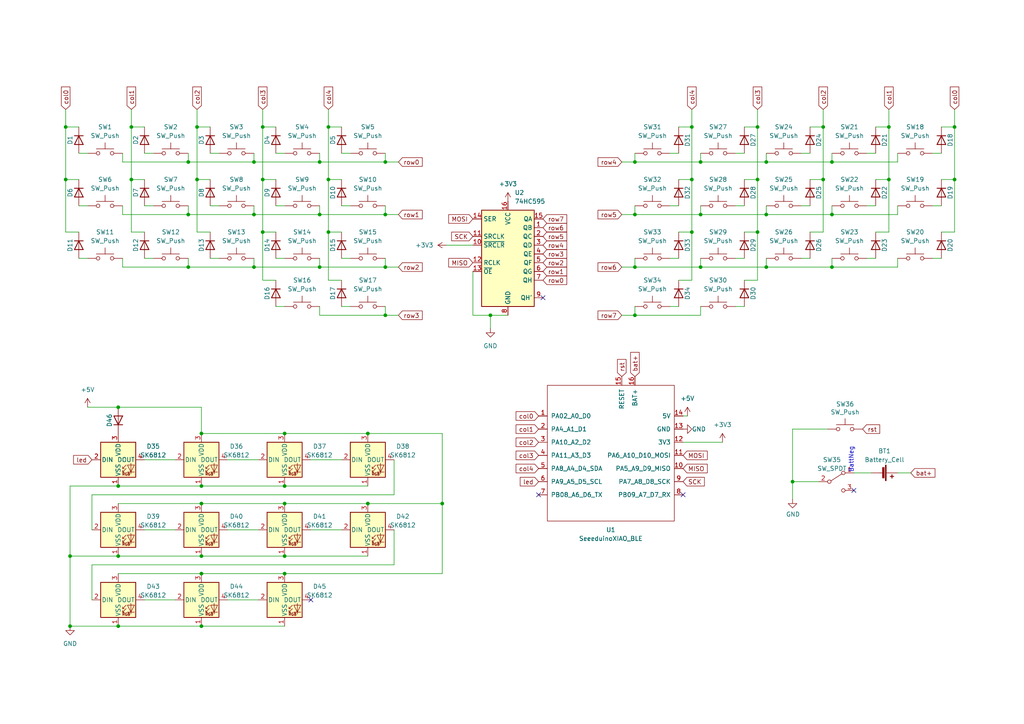
<source format=kicad_sch>
(kicad_sch (version 20230121) (generator eeschema)
  (paper "A4")
  (lib_symbols
    (symbol "74xx:74HC595"
      (property "Reference" "U" (at -7.62 13.97 0))
      (property "Value" "74HC595" (at -7.62 -16.51 0))
      (symbol "74HC595_1_0"
        (pin tri_state line (at 10.16 7.62 180) (length 2.54) (name "QB") (number "1"))
        (pin input line (at -10.16 2.54 0) (length 2.54) (name "~{SRCLR}") (number "10"))
        (pin input line (at -10.16 5.08 0) (length 2.54) (name "SRCLK") (number "11"))
        (pin input line (at -10.16 -2.54 0) (length 2.54) (name "RCLK") (number "12"))
        (pin input line (at -10.16 -5.08 0) (length 2.54) (name "~{OE}") (number "13"))
        (pin input line (at -10.16 10.16 0) (length 2.54) (name "SER") (number "14"))
        (pin tri_state line (at 10.16 10.16 180) (length 2.54) (name "QA") (number "15"))
        (pin power_in line (at 0 15.24 270) (length 2.54) (name "VCC") (number "16"))
        (pin tri_state line (at 10.16 5.08 180) (length 2.54) (name "QC") (number "2"))
        (pin tri_state line (at 10.16 2.54 180) (length 2.54) (name "QD") (number "3"))
        (pin tri_state line (at 10.16 0 180) (length 2.54) (name "QE") (number "4"))
        (pin tri_state line (at 10.16 -2.54 180) (length 2.54) (name "QF") (number "5"))
        (pin tri_state line (at 10.16 -5.08 180) (length 2.54) (name "QG") (number "6"))
        (pin tri_state line (at 10.16 -7.62 180) (length 2.54) (name "QH") (number "7"))
        (pin power_in line (at 0 -17.78 90) (length 2.54) (name "GND") (number "8"))
        (pin output line (at 10.16 -12.7 180) (length 2.54) (name "QH'") (number "9"))
      )
      (symbol "74HC595_1_1"
        (rectangle (start -7.62 12.7) (end 7.62 -15.24) (stroke (width 0.254)) (fill (type background)))
      )
    )
    (symbol "Device:Battery_Cell" (pin_numbers hide) (pin_names (offset 0) hide)
      (property "Reference" "BT" (at 2.54 2.54 0))
      (property "Value" "Battery_Cell" (at 2.54 0 0))
      (symbol "Battery_Cell_0_1"
        (rectangle (start -2.286 1.778) (end 2.286 1.524) (fill (type outline)))
        (rectangle (start -1.5748 1.1938) (end 1.4732 0.6858) (fill (type outline)))
        (polyline (pts (xy 0 0.762) (xy 0 0)))
        (polyline (pts (xy 0 1.778) (xy 0 2.54)))
        (polyline (pts (xy 0.508 3.429) (xy 1.524 3.429)) (stroke (width 0.254)))
        (polyline (pts (xy 1.016 3.937) (xy 1.016 2.921)) (stroke (width 0.254)))
      )
      (symbol "Battery_Cell_1_1"
        (pin passive line (at 0 5.08 270) (length 2.54) (name "+") (number "1"))
        (pin passive line (at 0 -2.54 90) (length 2.54) (name "-") (number "2"))
      )
    )
    (symbol "Diode:1N4148W" (pin_numbers hide) (pin_names hide)
      (property "Reference" "D" (at 0 2.54 0))
      (property "Value" "1N4148W" (at 0 -2.54 0))
      (symbol "1N4148W_0_1"
        (polyline (pts (xy -1.27 1.27) (xy -1.27 -1.27)) (stroke (width 0.254)))
        (polyline (pts (xy 1.27 0) (xy -1.27 0)))
        (polyline (pts (xy 1.27 1.27) (xy 1.27 -1.27) (xy -1.27 0) (xy 1.27 1.27)) (stroke (width 0.254)))
      )
      (symbol "1N4148W_1_1"
        (pin passive line (at -3.81 0 0) (length 2.54) (name "K") (number "1"))
        (pin passive line (at 3.81 0 180) (length 2.54) (name "A") (number "2"))
      )
    )
    (symbol "LED:SK6812" (pin_names (offset 0.254))
      (property "Reference" "D" (at 5.08 5.715 0))
      (property "Value" "SK6812" (at 1.27 -5.715 0))
      (symbol "SK6812_0_0"
        (text "RGB" (at 2.286 -4.191 0) (effects (font (size 0.762 0.762))))
      )
      (symbol "SK6812_0_1"
        (polyline (pts (xy 1.27 -3.556) (xy 1.778 -3.556)))
        (polyline (pts (xy 1.27 -2.54) (xy 1.778 -2.54)))
        (polyline (pts (xy 4.699 -3.556) (xy 2.667 -3.556)))
        (polyline (pts (xy 2.286 -2.54) (xy 1.27 -3.556) (xy 1.27 -3.048)))
        (polyline (pts (xy 2.286 -1.524) (xy 1.27 -2.54) (xy 1.27 -2.032)))
        (polyline (pts (xy 3.683 -1.016) (xy 3.683 -3.556) (xy 3.683 -4.064)))
        (polyline (pts (xy 4.699 -1.524) (xy 2.667 -1.524) (xy 3.683 -3.556) (xy 4.699 -1.524)))
        (rectangle (start 5.08 5.08) (end -5.08 -5.08) (stroke (width 0.254)) (fill (type background)))
      )
      (symbol "SK6812_1_1"
        (pin power_in line (at 0 -7.62 90) (length 2.54) (name "VSS") (number "1"))
        (pin input line (at -7.62 0 0) (length 2.54) (name "DIN") (number "2"))
        (pin power_in line (at 0 7.62 270) (length 2.54) (name "VDD") (number "3"))
        (pin output line (at 7.62 0 180) (length 2.54) (name "DOUT") (number "4"))
      )
    )
    (symbol "Seeeduino XIAO:SeeeduinoXIAO_BLE" (pin_names (offset 1.016))
      (property "Reference" "U1" (at -0.635 -21.59 0))
      (property "Value" "SeeeduinoXIAO_BLE" (at -0.635 -24.13 0))
      (symbol "SeeeduinoXIAO_BLE_0_1"
        (rectangle (start -19.05 20.32) (end 17.78 -19.05))
      )
      (symbol "SeeeduinoXIAO_BLE_1_1"
        (pin bidirectional line (at -21.59 11.43 0) (length 2.54) (name "PA02_A0_D0") (number "1"))
        (pin bidirectional line (at 20.32 -3.81 180) (length 2.54) (name "PA5_A9_D9_MISO") (number "10"))
        (pin bidirectional line (at 20.32 0 180) (length 2.54) (name "PA6_A10_D10_MOSI") (number "11"))
        (pin power_out line (at 20.32 3.81 180) (length 2.54) (name "3V3") (number "12"))
        (pin power_out line (at 20.32 7.62 180) (length 2.54) (name "GND") (number "13"))
        (pin power_out line (at 20.32 11.43 180) (length 2.54) (name "5V") (number "14"))
        (pin input line (at 2.54 22.86 270) (length 2.54) (name "RESET") (number "15"))
        (pin power_in line (at 6.35 22.86 270) (length 2.54) (name "BAT+") (number "16"))
        (pin bidirectional line (at -21.59 7.62 0) (length 2.54) (name "PA4_A1_D1") (number "2"))
        (pin bidirectional line (at -21.59 3.81 0) (length 2.54) (name "PA10_A2_D2") (number "3"))
        (pin bidirectional line (at -21.59 0 0) (length 2.54) (name "PA11_A3_D3") (number "4"))
        (pin bidirectional line (at -21.59 -3.81 0) (length 2.54) (name "PA8_A4_D4_SDA") (number "5"))
        (pin bidirectional line (at -21.59 -7.62 0) (length 2.54) (name "PA9_A5_D5_SCL") (number "6"))
        (pin bidirectional line (at -21.59 -11.43 0) (length 2.54) (name "PB08_A6_D6_TX") (number "7"))
        (pin bidirectional line (at 20.32 -11.43 180) (length 2.54) (name "PB09_A7_D7_RX") (number "8"))
        (pin bidirectional line (at 20.32 -7.62 180) (length 2.54) (name "PA7_A8_D8_SCK") (number "9"))
      )
    )
    (symbol "Switch:SW_Push" (pin_numbers hide) (pin_names (offset 1.016) hide)
      (property "Reference" "SW" (at 1.27 2.54 0))
      (property "Value" "SW_Push" (at 0 -1.524 0))
      (symbol "SW_Push_0_1"
        (circle (center -2.032 0) (radius 0.508))
        (polyline (pts (xy 0 1.27) (xy 0 3.048)))
        (polyline (pts (xy 2.54 1.27) (xy -2.54 1.27)))
        (circle (center 2.032 0) (radius 0.508))
        (pin passive line (at -5.08 0 0) (length 2.54) (name "1") (number "1"))
        (pin passive line (at 5.08 0 180) (length 2.54) (name "2") (number "2"))
      )
    )
    (symbol "Switch:SW_SPDT" (pin_names (offset 0) hide)
      (property "Reference" "SW" (at 0 4.318 0))
      (property "Value" "SW_SPDT" (at 0 -5.08 0))
      (symbol "SW_SPDT_0_0"
        (circle (center -2.032 0) (radius 0.508))
        (circle (center 2.032 -2.54) (radius 0.508))
      )
      (symbol "SW_SPDT_0_1"
        (polyline (pts (xy -1.524 0.254) (xy 1.651 2.286)))
        (circle (center 2.032 2.54) (radius 0.508))
      )
      (symbol "SW_SPDT_1_1"
        (pin passive line (at 5.08 2.54 180) (length 2.54) (name "A") (number "1"))
        (pin passive line (at -5.08 0 0) (length 2.54) (name "B") (number "2"))
        (pin passive line (at 5.08 -2.54 180) (length 2.54) (name "C") (number "3"))
      )
    )
    (symbol "power:+3V3" (power) (pin_names (offset 0))
      (property "Value" "+3V3" (at 0 3.556 0))
      (symbol "+3V3_0_1"
        (polyline (pts (xy -0.762 1.27) (xy 0 2.54)))
        (polyline (pts (xy 0 0) (xy 0 2.54)))
        (polyline (pts (xy 0 2.54) (xy 0.762 1.27)))
      )
      (symbol "+3V3_1_1"
        (pin power_in line (at 0 0 90) (length 0) hide (name "+3V3") (number "1"))
      )
    )
    (symbol "power:+5V" (power) (pin_names (offset 0))
      (property "Value" "+5V" (at 0 3.556 0))
      (symbol "+5V_0_1"
        (polyline (pts (xy -0.762 1.27) (xy 0 2.54)))
        (polyline (pts (xy 0 0) (xy 0 2.54)))
        (polyline (pts (xy 0 2.54) (xy 0.762 1.27)))
      )
      (symbol "+5V_1_1"
        (pin power_in line (at 0 0 90) (length 0) hide (name "+5V") (number "1"))
      )
    )
    (symbol "power:GND" (power) (pin_names (offset 0))
      (property "Value" "GND" (at 0 -3.81 0))
      (symbol "GND_0_1"
        (polyline (pts (xy 0 0) (xy 0 -1.27) (xy 1.27 -1.27) (xy 0 -2.54) (xy -1.27 -1.27) (xy 0 -1.27)))
      )
      (symbol "GND_1_1"
        (pin power_in line (at 0 0 270) (length 0) hide (name "GND") (number "1"))
      )
    )
  )
  (junction (at 82.55 146.05))
  (junction (at 95.25 52.07))
  (junction (at 222.25 77.47))
  (junction (at 92.71 46.99))
  (junction (at 38.1 52.07))
  (junction (at 241.3 46.99))
  (junction (at 222.25 46.99))
  (junction (at 58.42 161.29))
  (junction (at 276.86 52.07))
  (junction (at 203.2 46.99))
  (junction (at 184.15 46.99))
  (junction (at 106.68 125.73))
  (junction (at 184.15 91.44))
  (junction (at 19.05 36.83))
  (junction (at 57.15 52.07))
  (junction (at 38.1 36.83))
  (junction (at 111.76 62.23))
  (junction (at 34.29 118.11))
  (junction (at 184.15 77.47))
  (junction (at 238.76 52.07))
  (junction (at 203.2 77.47))
  (junction (at 257.81 36.83))
  (junction (at 95.25 36.83))
  (junction (at 241.3 77.47))
  (junction (at 276.86 36.83))
  (junction (at 219.71 67.31))
  (junction (at 82.55 125.73))
  (junction (at 76.2 52.07))
  (junction (at 73.66 62.23))
  (junction (at 82.55 140.97))
  (junction (at 111.76 77.47))
  (junction (at 58.42 181.61))
  (junction (at 219.71 36.83))
  (junction (at 257.81 52.07))
  (junction (at 76.2 67.31))
  (junction (at 200.66 67.31))
  (junction (at 241.3 62.23))
  (junction (at 20.32 181.61))
  (junction (at 82.55 161.29))
  (junction (at 184.15 62.23))
  (junction (at 219.71 52.07))
  (junction (at 73.66 46.99))
  (junction (at 34.29 181.61))
  (junction (at 58.42 146.05))
  (junction (at 92.71 62.23))
  (junction (at 142.24 91.44))
  (junction (at 238.76 36.83))
  (junction (at 222.25 62.23))
  (junction (at 92.71 77.47))
  (junction (at 229.87 139.7))
  (junction (at 200.66 36.83))
  (junction (at 19.05 52.07))
  (junction (at 73.66 77.47))
  (junction (at 111.76 46.99))
  (junction (at 54.61 46.99))
  (junction (at 34.29 140.97))
  (junction (at 128.27 146.05))
  (junction (at 76.2 36.83))
  (junction (at 82.55 166.37))
  (junction (at 58.42 140.97))
  (junction (at 58.42 125.73))
  (junction (at 54.61 62.23))
  (junction (at 111.76 91.44))
  (junction (at 106.68 146.05))
  (junction (at 34.29 161.29))
  (junction (at 54.61 77.47))
  (junction (at 200.66 52.07))
  (junction (at 203.2 62.23))
  (junction (at 20.32 161.29))
  (junction (at 95.25 67.31))
  (junction (at 58.42 166.37))
  (junction (at 57.15 36.83))
  (no_connect (at 90.17 173.99))
  (no_connect (at 198.12 143.51))
  (no_connect (at 156.21 143.51))
  (no_connect (at 247.65 142.24))
  (no_connect (at 157.48 86.36))
  (wire (pts (xy 54.61 62.23) (xy 73.66 62.23)))
  (wire (pts (xy 254 67.31) (xy 257.81 67.31)))
  (wire (pts (xy 215.9 44.45) (xy 213.36 44.45)))
  (wire (pts (xy 54.61 46.99) (xy 73.66 46.99)))
  (wire (pts (xy 92.71 59.69) (xy 92.71 62.23)))
  (wire (pts (xy 196.85 74.93) (xy 194.31 74.93)))
  (wire (pts (xy 35.56 77.47) (xy 54.61 77.47)))
  (wire (pts (xy 66.04 173.99) (xy 74.93 173.99)))
  (wire (pts (xy 234.95 36.83) (xy 238.76 36.83)))
  (wire (pts (xy 99.06 88.9) (xy 101.6 88.9)))
  (wire (pts (xy 234.95 59.69) (xy 232.41 59.69)))
  (wire (pts (xy 20.32 161.29) (xy 34.29 161.29)))
  (wire (pts (xy 95.25 81.28) (xy 95.25 67.31)))
  (wire (pts (xy 114.3 133.35) (xy 114.3 143.51)))
  (wire (pts (xy 92.71 91.44) (xy 111.76 91.44)))
  (wire (pts (xy 273.05 59.69) (xy 270.51 59.69)))
  (wire (pts (xy 273.05 52.07) (xy 276.86 52.07)))
  (wire (pts (xy 20.32 161.29) (xy 20.32 181.61)))
  (wire (pts (xy 82.55 161.29) (xy 106.68 161.29)))
  (wire (pts (xy 80.01 81.28) (xy 76.2 81.28)))
  (wire (pts (xy 215.9 36.83) (xy 219.71 36.83)))
  (wire (pts (xy 273.05 67.31) (xy 276.86 67.31)))
  (wire (pts (xy 92.71 74.93) (xy 92.71 77.47)))
  (wire (pts (xy 34.29 166.37) (xy 58.42 166.37)))
  (wire (pts (xy 80.01 74.93) (xy 82.55 74.93)))
  (wire (pts (xy 22.86 74.93) (xy 25.4 74.93)))
  (wire (pts (xy 19.05 52.07) (xy 19.05 36.83)))
  (wire (pts (xy 54.61 59.69) (xy 54.61 62.23)))
  (wire (pts (xy 82.55 146.05) (xy 106.68 146.05)))
  (wire (pts (xy 58.42 140.97) (xy 82.55 140.97)))
  (wire (pts (xy 99.06 81.28) (xy 95.25 81.28)))
  (wire (pts (xy 38.1 31.75) (xy 38.1 36.83)))
  (wire (pts (xy 38.1 52.07) (xy 41.91 52.07)))
  (wire (pts (xy 238.76 36.83) (xy 238.76 31.75)))
  (wire (pts (xy 80.01 44.45) (xy 82.55 44.45)))
  (wire (pts (xy 73.66 46.99) (xy 92.71 46.99)))
  (wire (pts (xy 129.54 71.12) (xy 137.16 71.12)))
  (wire (pts (xy 229.87 124.46) (xy 229.87 139.7)))
  (wire (pts (xy 273.05 44.45) (xy 270.51 44.45)))
  (wire (pts (xy 114.3 163.83) (xy 26.67 163.83)))
  (wire (pts (xy 35.56 62.23) (xy 54.61 62.23)))
  (wire (pts (xy 58.42 146.05) (xy 82.55 146.05)))
  (wire (pts (xy 38.1 52.07) (xy 38.1 36.83)))
  (wire (pts (xy 60.96 59.69) (xy 63.5 59.69)))
  (wire (pts (xy 111.76 74.93) (xy 111.76 77.47)))
  (wire (pts (xy 196.85 88.9) (xy 194.31 88.9)))
  (wire (pts (xy 115.57 46.99) (xy 111.76 46.99)))
  (wire (pts (xy 276.86 52.07) (xy 276.86 36.83)))
  (wire (pts (xy 54.61 77.47) (xy 73.66 77.47)))
  (wire (pts (xy 82.55 166.37) (xy 128.27 166.37)))
  (wire (pts (xy 80.01 52.07) (xy 76.2 52.07)))
  (wire (pts (xy 128.27 125.73) (xy 128.27 146.05)))
  (wire (pts (xy 111.76 46.99) (xy 111.76 44.45)))
  (wire (pts (xy 38.1 67.31) (xy 38.1 52.07)))
  (wire (pts (xy 276.86 67.31) (xy 276.86 52.07)))
  (wire (pts (xy 260.35 46.99) (xy 241.3 46.99)))
  (wire (pts (xy 92.71 44.45) (xy 92.71 46.99)))
  (wire (pts (xy 19.05 67.31) (xy 19.05 52.07)))
  (wire (pts (xy 73.66 62.23) (xy 92.71 62.23)))
  (wire (pts (xy 82.55 140.97) (xy 106.68 140.97)))
  (wire (pts (xy 200.66 67.31) (xy 200.66 52.07)))
  (wire (pts (xy 200.66 36.83) (xy 200.66 31.75)))
  (wire (pts (xy 73.66 74.93) (xy 73.66 77.47)))
  (wire (pts (xy 92.71 88.9) (xy 92.71 91.44)))
  (wire (pts (xy 66.04 133.35) (xy 74.93 133.35)))
  (wire (pts (xy 95.25 52.07) (xy 95.25 36.83)))
  (wire (pts (xy 196.85 67.31) (xy 200.66 67.31)))
  (wire (pts (xy 66.04 153.67) (xy 74.93 153.67)))
  (wire (pts (xy 238.76 67.31) (xy 238.76 52.07)))
  (wire (pts (xy 92.71 62.23) (xy 111.76 62.23)))
  (wire (pts (xy 57.15 36.83) (xy 57.15 31.75)))
  (wire (pts (xy 114.3 153.67) (xy 114.3 163.83)))
  (wire (pts (xy 257.81 31.75) (xy 257.81 36.83)))
  (wire (pts (xy 137.16 78.74) (xy 137.16 91.44)))
  (wire (pts (xy 273.05 74.93) (xy 270.51 74.93)))
  (wire (pts (xy 99.06 52.07) (xy 95.25 52.07)))
  (wire (pts (xy 73.66 59.69) (xy 73.66 62.23)))
  (wire (pts (xy 254 59.69) (xy 251.46 59.69)))
  (wire (pts (xy 38.1 36.83) (xy 41.91 36.83)))
  (wire (pts (xy 82.55 125.73) (xy 106.68 125.73)))
  (wire (pts (xy 219.71 81.28) (xy 219.71 67.31)))
  (wire (pts (xy 58.42 166.37) (xy 82.55 166.37)))
  (wire (pts (xy 34.29 181.61) (xy 58.42 181.61)))
  (wire (pts (xy 200.66 81.28) (xy 200.66 67.31)))
  (wire (pts (xy 99.06 74.93) (xy 101.6 74.93)))
  (wire (pts (xy 54.61 74.93) (xy 54.61 77.47)))
  (wire (pts (xy 276.86 31.75) (xy 276.86 36.83)))
  (wire (pts (xy 60.96 52.07) (xy 57.15 52.07)))
  (wire (pts (xy 234.95 67.31) (xy 238.76 67.31)))
  (wire (pts (xy 184.15 77.47) (xy 180.34 77.47)))
  (wire (pts (xy 106.68 146.05) (xy 128.27 146.05)))
  (wire (pts (xy 137.16 91.44) (xy 142.24 91.44)))
  (wire (pts (xy 203.2 59.69) (xy 203.2 62.23)))
  (wire (pts (xy 34.29 118.11) (xy 58.42 118.11)))
  (wire (pts (xy 257.81 67.31) (xy 257.81 52.07)))
  (wire (pts (xy 99.06 36.83) (xy 95.25 36.83)))
  (wire (pts (xy 26.67 163.83) (xy 26.67 173.99)))
  (wire (pts (xy 41.91 173.99) (xy 50.8 173.99)))
  (wire (pts (xy 241.3 46.99) (xy 222.25 46.99)))
  (wire (pts (xy 198.12 128.27) (xy 209.55 128.27)))
  (wire (pts (xy 241.3 59.69) (xy 241.3 62.23)))
  (wire (pts (xy 35.56 46.99) (xy 54.61 46.99)))
  (wire (pts (xy 41.91 59.69) (xy 44.45 59.69)))
  (wire (pts (xy 142.24 91.44) (xy 147.32 91.44)))
  (wire (pts (xy 22.86 59.69) (xy 25.4 59.69)))
  (wire (pts (xy 41.91 153.67) (xy 50.8 153.67)))
  (wire (pts (xy 260.35 62.23) (xy 241.3 62.23)))
  (wire (pts (xy 257.81 36.83) (xy 254 36.83)))
  (wire (pts (xy 222.25 77.47) (xy 203.2 77.47)))
  (wire (pts (xy 241.3 44.45) (xy 241.3 46.99)))
  (wire (pts (xy 222.25 74.93) (xy 222.25 77.47)))
  (wire (pts (xy 80.01 59.69) (xy 82.55 59.69)))
  (wire (pts (xy 215.9 74.93) (xy 213.36 74.93)))
  (wire (pts (xy 76.2 81.28) (xy 76.2 67.31)))
  (wire (pts (xy 57.15 52.07) (xy 57.15 36.83)))
  (wire (pts (xy 60.96 67.31) (xy 57.15 67.31)))
  (wire (pts (xy 35.56 59.69) (xy 35.56 62.23)))
  (wire (pts (xy 238.76 52.07) (xy 238.76 36.83)))
  (wire (pts (xy 25.4 118.11) (xy 34.29 118.11)))
  (wire (pts (xy 247.65 137.16) (xy 252.73 137.16)))
  (wire (pts (xy 128.27 166.37) (xy 128.27 146.05)))
  (wire (pts (xy 219.71 52.07) (xy 219.71 36.83)))
  (wire (pts (xy 34.29 140.97) (xy 58.42 140.97)))
  (wire (pts (xy 234.95 52.07) (xy 238.76 52.07)))
  (wire (pts (xy 222.25 44.45) (xy 222.25 46.99)))
  (wire (pts (xy 99.06 67.31) (xy 95.25 67.31)))
  (wire (pts (xy 99.06 44.45) (xy 101.6 44.45)))
  (wire (pts (xy 215.9 67.31) (xy 219.71 67.31)))
  (wire (pts (xy 20.32 140.97) (xy 34.29 140.97)))
  (wire (pts (xy 196.85 36.83) (xy 200.66 36.83)))
  (wire (pts (xy 215.9 88.9) (xy 213.36 88.9)))
  (wire (pts (xy 58.42 118.11) (xy 58.42 125.73)))
  (wire (pts (xy 203.2 77.47) (xy 184.15 77.47)))
  (wire (pts (xy 184.15 74.93) (xy 184.15 77.47)))
  (wire (pts (xy 200.66 52.07) (xy 200.66 36.83)))
  (wire (pts (xy 41.91 44.45) (xy 44.45 44.45)))
  (wire (pts (xy 241.3 77.47) (xy 222.25 77.47)))
  (wire (pts (xy 95.25 36.83) (xy 95.25 31.75)))
  (wire (pts (xy 73.66 77.47) (xy 92.71 77.47)))
  (wire (pts (xy 184.15 91.44) (xy 180.34 91.44)))
  (wire (pts (xy 76.2 67.31) (xy 76.2 52.07)))
  (wire (pts (xy 203.2 74.93) (xy 203.2 77.47)))
  (wire (pts (xy 58.42 161.29) (xy 82.55 161.29)))
  (wire (pts (xy 80.01 36.83) (xy 76.2 36.83)))
  (wire (pts (xy 76.2 36.83) (xy 76.2 31.75)))
  (wire (pts (xy 203.2 44.45) (xy 203.2 46.99)))
  (wire (pts (xy 222.25 62.23) (xy 203.2 62.23)))
  (wire (pts (xy 41.91 133.35) (xy 50.8 133.35)))
  (wire (pts (xy 95.25 67.31) (xy 95.25 52.07)))
  (wire (pts (xy 58.42 125.73) (xy 82.55 125.73)))
  (wire (pts (xy 241.3 74.93) (xy 241.3 77.47)))
  (wire (pts (xy 229.87 139.7) (xy 229.87 144.78)))
  (wire (pts (xy 260.35 74.93) (xy 260.35 77.47)))
  (wire (pts (xy 222.25 46.99) (xy 203.2 46.99)))
  (wire (pts (xy 234.95 74.93) (xy 232.41 74.93)))
  (wire (pts (xy 142.24 91.44) (xy 142.24 95.25)))
  (wire (pts (xy 35.56 74.93) (xy 35.56 77.47)))
  (wire (pts (xy 114.3 143.51) (xy 26.67 143.51)))
  (wire (pts (xy 41.91 67.31) (xy 38.1 67.31)))
  (wire (pts (xy 184.15 46.99) (xy 184.15 44.45)))
  (wire (pts (xy 90.17 133.35) (xy 99.06 133.35)))
  (wire (pts (xy 80.01 67.31) (xy 76.2 67.31)))
  (wire (pts (xy 215.9 52.07) (xy 219.71 52.07)))
  (wire (pts (xy 19.05 31.75) (xy 19.05 36.83)))
  (wire (pts (xy 184.15 62.23) (xy 180.34 62.23)))
  (wire (pts (xy 111.76 59.69) (xy 111.76 62.23)))
  (wire (pts (xy 60.96 36.83) (xy 57.15 36.83)))
  (wire (pts (xy 41.91 74.93) (xy 44.45 74.93)))
  (wire (pts (xy 254 44.45) (xy 251.46 44.45)))
  (wire (pts (xy 196.85 81.28) (xy 200.66 81.28)))
  (wire (pts (xy 20.32 181.61) (xy 34.29 181.61)))
  (wire (pts (xy 260.35 137.16) (xy 264.16 137.16)))
  (wire (pts (xy 215.9 59.69) (xy 213.36 59.69)))
  (wire (pts (xy 203.2 62.23) (xy 184.15 62.23)))
  (wire (pts (xy 219.71 36.83) (xy 219.71 31.75)))
  (wire (pts (xy 34.29 146.05) (xy 58.42 146.05)))
  (wire (pts (xy 240.03 124.46) (xy 229.87 124.46)))
  (wire (pts (xy 219.71 67.31) (xy 219.71 52.07)))
  (wire (pts (xy 22.86 52.07) (xy 19.05 52.07)))
  (wire (pts (xy 57.15 67.31) (xy 57.15 52.07)))
  (wire (pts (xy 260.35 77.47) (xy 241.3 77.47)))
  (wire (pts (xy 60.96 74.93) (xy 63.5 74.93)))
  (wire (pts (xy 203.2 88.9) (xy 203.2 91.44)))
  (wire (pts (xy 260.35 59.69) (xy 260.35 62.23)))
  (wire (pts (xy 234.95 44.45) (xy 232.41 44.45)))
  (wire (pts (xy 257.81 52.07) (xy 254 52.07)))
  (wire (pts (xy 241.3 62.23) (xy 222.25 62.23)))
  (wire (pts (xy 196.85 44.45) (xy 194.31 44.45)))
  (wire (pts (xy 215.9 81.28) (xy 219.71 81.28)))
  (wire (pts (xy 20.32 140.97) (xy 20.32 161.29)))
  (wire (pts (xy 196.85 59.69) (xy 194.31 59.69)))
  (wire (pts (xy 106.68 125.73) (xy 128.27 125.73)))
  (wire (pts (xy 111.76 88.9) (xy 111.76 91.44)))
  (wire (pts (xy 111.76 91.44) (xy 115.57 91.44)))
  (wire (pts (xy 60.96 44.45) (xy 63.5 44.45)))
  (wire (pts (xy 22.86 44.45) (xy 25.4 44.45)))
  (wire (pts (xy 203.2 46.99) (xy 184.15 46.99)))
  (wire (pts (xy 19.05 36.83) (xy 22.86 36.83)))
  (wire (pts (xy 54.61 44.45) (xy 54.61 46.99)))
  (wire (pts (xy 237.49 139.7) (xy 229.87 139.7)))
  (wire (pts (xy 254 74.93) (xy 251.46 74.93)))
  (wire (pts (xy 35.56 44.45) (xy 35.56 46.99)))
  (wire (pts (xy 80.01 88.9) (xy 82.55 88.9)))
  (wire (pts (xy 184.15 88.9) (xy 184.15 91.44)))
  (wire (pts (xy 260.35 44.45) (xy 260.35 46.99)))
  (wire (pts (xy 184.15 59.69) (xy 184.15 62.23)))
  (wire (pts (xy 196.85 52.07) (xy 200.66 52.07)))
  (wire (pts (xy 276.86 36.83) (xy 273.05 36.83)))
  (wire (pts (xy 203.2 91.44) (xy 184.15 91.44)))
  (wire (pts (xy 180.34 46.99) (xy 184.15 46.99)))
  (wire (pts (xy 22.86 67.31) (xy 19.05 67.31)))
  (wire (pts (xy 73.66 44.45) (xy 73.66 46.99)))
  (wire (pts (xy 257.81 52.07) (xy 257.81 36.83)))
  (wire (pts (xy 76.2 52.07) (xy 76.2 36.83)))
  (wire (pts (xy 198.12 120.65) (xy 199.39 120.65)))
  (wire (pts (xy 26.67 143.51) (xy 26.67 153.67)))
  (wire (pts (xy 58.42 181.61) (xy 82.55 181.61)))
  (wire (pts (xy 99.06 59.69) (xy 101.6 59.69)))
  (wire (pts (xy 90.17 153.67) (xy 99.06 153.67)))
  (wire (pts (xy 111.76 62.23) (xy 115.57 62.23)))
  (wire (pts (xy 34.29 161.29) (xy 58.42 161.29)))
  (wire (pts (xy 111.76 77.47) (xy 115.57 77.47)))
  (wire (pts (xy 92.71 46.99) (xy 111.76 46.99)))
  (wire (pts (xy 222.25 59.69) (xy 222.25 62.23)))
  (wire (pts (xy 92.71 77.47) (xy 111.76 77.47)))
  (text "BattNeg" (at 247.65 137.16 90) (effects (font (size 1.27 1.27)) (justify left bottom)))
  (global_label "row2" (shape input) (at 115.57 77.47 0) (property "Intersheetrefs" "${INTERSHEET_REFS}" (effects hide)))
  (global_label "col3" (shape input) (at 219.71 31.75 90) (property "Intersheetrefs" "${INTERSHEET_REFS}" (effects hide)))
  (global_label "row4" (shape input) (at 157.48 71.12 0) (property "Intersheetrefs" "${INTERSHEET_REFS}" (effects hide)))
  (global_label "MOSI" (shape input) (at 137.16 63.5 180) (property "Intersheetrefs" "${INTERSHEET_REFS}" (effects hide)))
  (global_label "row1" (shape input) (at 157.48 78.74 0) (property "Intersheetrefs" "${INTERSHEET_REFS}" (effects hide)))
  (global_label "col0" (shape input) (at 276.86 31.75 90) (property "Intersheetrefs" "${INTERSHEET_REFS}" (effects hide)))
  (global_label "SCK" (shape input) (at 137.16 68.58 180) (property "Intersheetrefs" "${INTERSHEET_REFS}" (effects hide)))
  (global_label "col2" (shape input) (at 57.15 31.75 90) (property "Intersheetrefs" "${INTERSHEET_REFS}" (effects hide)))
  (global_label "MISO" (shape input) (at 198.12 135.89 0) (property "Intersheetrefs" "${INTERSHEET_REFS}" (effects hide)))
  (global_label "led" (shape input) (at 26.67 133.35 180) (property "Intersheetrefs" "${INTERSHEET_REFS}" (effects hide)))
  (global_label "col4" (shape input) (at 200.66 31.75 90) (property "Intersheetrefs" "${INTERSHEET_REFS}" (effects hide)))
  (global_label "col0" (shape input) (at 156.21 120.65 180) (property "Intersheetrefs" "${INTERSHEET_REFS}" (effects hide)))
  (global_label "row3" (shape input) (at 157.48 73.66 0) (property "Intersheetrefs" "${INTERSHEET_REFS}" (effects hide)))
  (global_label "row5" (shape input) (at 157.48 68.58 0) (property "Intersheetrefs" "${INTERSHEET_REFS}" (effects hide)))
  (global_label "MOSI" (shape input) (at 198.12 132.08 0) (property "Intersheetrefs" "${INTERSHEET_REFS}" (effects hide)))
  (global_label "row1" (shape input) (at 115.57 62.23 0) (property "Intersheetrefs" "${INTERSHEET_REFS}" (effects hide)))
  (global_label "row2" (shape input) (at 157.48 76.2 0) (property "Intersheetrefs" "${INTERSHEET_REFS}" (effects hide)))
  (global_label "col2" (shape input) (at 156.21 128.27 180) (property "Intersheetrefs" "${INTERSHEET_REFS}" (effects hide)))
  (global_label "rst" (shape input) (at 250.19 124.46 0) (property "Intersheetrefs" "${INTERSHEET_REFS}" (effects hide)))
  (global_label "row7" (shape input) (at 180.34 91.44 180) (property "Intersheetrefs" "${INTERSHEET_REFS}" (effects hide)))
  (global_label "row7" (shape input) (at 157.48 63.5 0) (property "Intersheetrefs" "${INTERSHEET_REFS}" (effects hide)))
  (global_label "row4" (shape input) (at 180.34 46.99 180) (property "Intersheetrefs" "${INTERSHEET_REFS}" (effects hide)))
  (global_label "col0" (shape input) (at 19.05 31.75 90) (property "Intersheetrefs" "${INTERSHEET_REFS}" (effects hide)))
  (global_label "row5" (shape input) (at 180.34 62.23 180) (property "Intersheetrefs" "${INTERSHEET_REFS}" (effects hide)))
  (global_label "col2" (shape input) (at 238.76 31.75 90) (property "Intersheetrefs" "${INTERSHEET_REFS}" (effects hide)))
  (global_label "row6" (shape input) (at 180.34 77.47 180) (property "Intersheetrefs" "${INTERSHEET_REFS}" (effects hide)))
  (global_label "row0" (shape input) (at 115.57 46.99 0) (property "Intersheetrefs" "${INTERSHEET_REFS}" (effects hide)))
  (global_label "col1" (shape input) (at 156.21 124.46 180) (property "Intersheetrefs" "${INTERSHEET_REFS}" (effects hide)))
  (global_label "row3" (shape input) (at 115.57 91.44 0) (property "Intersheetrefs" "${INTERSHEET_REFS}" (effects hide)))
  (global_label "bat+" (shape input) (at 184.15 109.22 90) (property "Intersheetrefs" "${INTERSHEET_REFS}" (effects hide)))
  (global_label "col3" (shape input) (at 156.21 132.08 180) (property "Intersheetrefs" "${INTERSHEET_REFS}" (effects hide)))
  (global_label "SCK" (shape input) (at 198.12 139.7 0) (property "Intersheetrefs" "${INTERSHEET_REFS}" (effects hide)))
  (global_label "bat+" (shape input) (at 264.16 137.16 0) (property "Intersheetrefs" "${INTERSHEET_REFS}" (effects hide)))
  (global_label "col4" (shape input) (at 156.21 135.89 180) (property "Intersheetrefs" "${INTERSHEET_REFS}" (effects hide)))
  (global_label "MISO" (shape input) (at 137.16 76.2 180) (property "Intersheetrefs" "${INTERSHEET_REFS}" (effects hide)))
  (global_label "row0" (shape input) (at 157.48 81.28 0) (property "Intersheetrefs" "${INTERSHEET_REFS}" (effects hide)))
  (global_label "rst" (shape input) (at 180.34 109.22 90) (property "Intersheetrefs" "${INTERSHEET_REFS}" (effects hide)))
  (global_label "col1" (shape input) (at 257.81 31.75 90) (property "Intersheetrefs" "${INTERSHEET_REFS}" (effects hide)))
  (global_label "col3" (shape input) (at 76.2 31.75 90) (property "Intersheetrefs" "${INTERSHEET_REFS}" (effects hide)))
  (global_label "col4" (shape input) (at 95.25 31.75 90) (property "Intersheetrefs" "${INTERSHEET_REFS}" (effects hide)))
  (global_label "col1" (shape input) (at 38.1 31.75 90) (property "Intersheetrefs" "${INTERSHEET_REFS}" (effects hide)))
  (global_label "row6" (shape input) (at 157.48 66.04 0) (property "Intersheetrefs" "${INTERSHEET_REFS}" (effects hide)))
  (global_label "led" (shape input) (at 156.21 139.7 180) (property "Intersheetrefs" "${INTERSHEET_REFS}" (effects hide)))
  (symbol (lib_id "Diode:1N4148W") (at 60.96 71.12 270) (unit 1)
    (property "Reference" "D13" (at 58.42 71.12 0))
    (property "Value" "1N4148W" (effects hide))
    (property "Footprint" "Diode_SMD:D_SOD-123" (effects hide))
    (property "Datasheet" "https://www.vishay.com/docs/85748/1n4148w.pdf" (effects hide))
    (property "Sim.Device" "D" (effects hide))
    (property "Sim.Pins" "1=K 2=A" (effects hide))
  )
  (symbol (lib_id "LED:SK6812") (at 106.68 133.35 0) (unit 1)
    (property "Reference" "D38" (at 116.84 129.4639 0))
    (property "Value" "SK6812" (at 116.84 132.0039 0))
    (property "Footprint" "LED_SMD:LED_SK6812_PLCC4_5.0x5.0mm_P3.2mm" (effects hide))
    (property "Datasheet" "https://cdn-shop.adafruit.com/product-files/1138/SK6812+LED+datasheet+.pdf" (effects hide))
  )
  (symbol (lib_id "Diode:1N4148W") (at 99.06 85.09 270) (unit 1)
    (property "Reference" "D17" (at 96.52 85.09 0))
    (property "Value" "1N4148W" (effects hide))
    (property "Footprint" "Diode_SMD:D_SOD-123" (effects hide))
    (property "Datasheet" "https://www.vishay.com/docs/85748/1n4148w.pdf" (effects hide))
    (property "Sim.Device" "D" (effects hide))
    (property "Sim.Pins" "1=K 2=A" (effects hide))
  )
  (symbol (lib_id "Diode:1N4148W") (at 41.91 40.64 270) (unit 1)
    (property "Reference" "D2" (at 39.37 40.64 0))
    (property "Value" "1N4148W" (effects hide))
    (property "Footprint" "Diode_SMD:D_SOD-123" (effects hide))
    (property "Datasheet" "https://www.vishay.com/docs/85748/1n4148w.pdf" (effects hide))
    (property "Sim.Device" "D" (effects hide))
    (property "Sim.Pins" "1=K 2=A" (effects hide))
  )
  (symbol (lib_id "Diode:1N4148W") (at 196.85 40.64 90) (mirror x) (unit 1)
    (property "Reference" "D31" (at 199.39 40.64 0))
    (property "Value" "1N4148W" (effects hide))
    (property "Footprint" "Diode_SMD:D_SOD-123" (effects hide))
    (property "Datasheet" "https://www.vishay.com/docs/85748/1n4148w.pdf" (effects hide))
    (property "Sim.Device" "D" (effects hide))
    (property "Sim.Pins" "1=K 2=A" (effects hide))
  )
  (symbol (lib_id "LED:SK6812") (at 58.42 133.35 0) (unit 1)
    (property "Reference" "D36" (at 68.58 129.4639 0))
    (property "Value" "SK6812" (at 68.58 132.0039 0))
    (property "Footprint" "LED_SMD:LED_SK6812_PLCC4_5.0x5.0mm_P3.2mm" (effects hide))
    (property "Datasheet" "https://cdn-shop.adafruit.com/product-files/1138/SK6812+LED+datasheet+.pdf" (effects hide))
  )
  (symbol (lib_id "LED:SK6812") (at 82.55 153.67 0) (unit 1)
    (property "Reference" "D41" (at 92.71 149.7839 0))
    (property "Value" "SK6812" (at 92.71 152.3239 0))
    (property "Footprint" "LED_SMD:LED_SK6812_PLCC4_5.0x5.0mm_P3.2mm" (effects hide))
    (property "Datasheet" "https://cdn-shop.adafruit.com/product-files/1138/SK6812+LED+datasheet+.pdf" (effects hide))
  )
  (symbol (lib_id "Switch:SW_Push") (at 265.43 74.93 0) (mirror y) (unit 1)
    (property "Reference" "SW20" (at 265.43 67.31 0))
    (property "Value" "SW_Push" (at 265.43 69.85 0))
  )
  (symbol (lib_id "Diode:1N4148W") (at 22.86 71.12 270) (unit 1)
    (property "Reference" "D11" (at 20.32 71.12 0))
    (property "Value" "1N4148W" (effects hide))
    (property "Footprint" "Diode_SMD:D_SOD-123" (effects hide))
    (property "Datasheet" "https://www.vishay.com/docs/85748/1n4148w.pdf" (effects hide))
    (property "Sim.Device" "D" (effects hide))
    (property "Sim.Pins" "1=K 2=A" (effects hide))
  )
  (symbol (lib_id "Switch:SW_Push") (at 49.53 44.45 0) (unit 1)
    (property "Reference" "SW2" (at 49.53 36.83 0))
    (property "Value" "SW_Push" (at 49.53 39.37 0))
  )
  (symbol (lib_id "power:+5V") (at 199.39 120.65 0) (unit 1)
    (property "Reference" "#PWR02" (effects hide))
    (property "Value" "+5V" (at 199.39 115.57 0))
  )
  (symbol (lib_id "Switch:SW_Push") (at 208.28 59.69 0) (mirror y) (unit 1)
    (property "Reference" "SW28" (at 208.28 52.07 0))
    (property "Value" "SW_Push" (at 208.28 54.61 0))
  )
  (symbol (lib_id "LED:SK6812") (at 34.29 133.35 0) (unit 1)
    (property "Reference" "D35" (at 44.45 129.4639 0))
    (property "Value" "SK6812" (at 44.45 132.0039 0))
    (property "Footprint" "LED_SMD:LED_SK6812_PLCC4_5.0x5.0mm_P3.2mm" (effects hide))
    (property "Datasheet" "https://cdn-shop.adafruit.com/product-files/1138/SK6812+LED+datasheet+.pdf" (effects hide))
  )
  (symbol (lib_id "Diode:1N4148W") (at 80.01 85.09 270) (unit 1)
    (property "Reference" "D16" (at 77.47 85.09 0))
    (property "Value" "1N4148W" (effects hide))
    (property "Footprint" "Diode_SMD:D_SOD-123" (effects hide))
    (property "Datasheet" "https://www.vishay.com/docs/85748/1n4148w.pdf" (effects hide))
    (property "Sim.Device" "D" (effects hide))
    (property "Sim.Pins" "1=K 2=A" (effects hide))
  )
  (symbol (lib_id "Switch:SW_Push") (at 208.28 44.45 0) (mirror y) (unit 1)
    (property "Reference" "SW27" (at 208.28 36.83 0))
    (property "Value" "SW_Push" (at 208.28 39.37 0))
  )
  (symbol (lib_id "Diode:1N4148W") (at 80.01 40.64 270) (unit 1)
    (property "Reference" "D4" (at 77.47 40.64 0))
    (property "Value" "1N4148W" (effects hide))
    (property "Footprint" "Diode_SMD:D_SOD-123" (effects hide))
    (property "Datasheet" "https://www.vishay.com/docs/85748/1n4148w.pdf" (effects hide))
    (property "Sim.Device" "D" (effects hide))
    (property "Sim.Pins" "1=K 2=A" (effects hide))
  )
  (symbol (lib_id "Diode:1N4148W") (at 254 40.64 90) (mirror x) (unit 1)
    (property "Reference" "D21" (at 256.54 40.64 0))
    (property "Value" "1N4148W" (effects hide))
    (property "Footprint" "Diode_SMD:D_SOD-123" (effects hide))
    (property "Datasheet" "https://www.vishay.com/docs/85748/1n4148w.pdf" (effects hide))
    (property "Sim.Device" "D" (effects hide))
    (property "Sim.Pins" "1=K 2=A" (effects hide))
  )
  (symbol (lib_id "Diode:1N4148W") (at 22.86 40.64 270) (unit 1)
    (property "Reference" "D1" (at 20.32 40.64 0))
    (property "Value" "1N4148W" (effects hide))
    (property "Footprint" "Diode_SMD:D_SOD-123" (effects hide))
    (property "Datasheet" "https://www.vishay.com/docs/85748/1n4148w.pdf" (effects hide))
    (property "Sim.Device" "D" (effects hide))
    (property "Sim.Pins" "1=K 2=A" (effects hide))
  )
  (symbol (lib_id "Switch:SW_Push") (at 68.58 74.93 0) (unit 1)
    (property "Reference" "SW13" (at 68.58 67.31 0))
    (property "Value" "SW_Push" (at 68.58 69.85 0))
  )
  (symbol (lib_id "Switch:SW_Push") (at 68.58 44.45 0) (unit 1)
    (property "Reference" "SW3" (at 68.58 36.83 0))
    (property "Value" "SW_Push" (at 68.58 39.37 0))
  )
  (symbol (lib_id "Diode:1N4148W") (at 196.85 55.88 90) (mirror x) (unit 1)
    (property "Reference" "D32" (at 199.39 55.88 0))
    (property "Value" "1N4148W" (effects hide))
    (property "Footprint" "Diode_SMD:D_SOD-123" (effects hide))
    (property "Datasheet" "https://www.vishay.com/docs/85748/1n4148w.pdf" (effects hide))
    (property "Sim.Device" "D" (effects hide))
    (property "Sim.Pins" "1=K 2=A" (effects hide))
  )
  (symbol (lib_id "Diode:1N4148W") (at 234.95 55.88 90) (mirror x) (unit 1)
    (property "Reference" "D25" (at 237.49 55.88 0))
    (property "Value" "1N4148W" (effects hide))
    (property "Footprint" "Diode_SMD:D_SOD-123" (effects hide))
    (property "Datasheet" "https://www.vishay.com/docs/85748/1n4148w.pdf" (effects hide))
    (property "Sim.Device" "D" (effects hide))
    (property "Sim.Pins" "1=K 2=A" (effects hide))
  )
  (symbol (lib_id "Switch:SW_Push") (at 49.53 59.69 0) (unit 1)
    (property "Reference" "SW7" (at 49.53 52.07 0))
    (property "Value" "SW_Push" (at 49.53 54.61 0))
  )
  (symbol (lib_id "Switch:SW_Push") (at 106.68 59.69 0) (unit 1)
    (property "Reference" "SW10" (at 106.68 52.07 0))
    (property "Value" "SW_Push" (at 106.68 54.61 0))
  )
  (symbol (lib_id "Diode:1N4148W") (at 99.06 71.12 270) (unit 1)
    (property "Reference" "D15" (at 96.52 71.12 0))
    (property "Value" "1N4148W" (effects hide))
    (property "Footprint" "Diode_SMD:D_SOD-123" (effects hide))
    (property "Datasheet" "https://www.vishay.com/docs/85748/1n4148w.pdf" (effects hide))
    (property "Sim.Device" "D" (effects hide))
    (property "Sim.Pins" "1=K 2=A" (effects hide))
  )
  (symbol (lib_id "Switch:SW_Push") (at 106.68 74.93 0) (unit 1)
    (property "Reference" "SW15" (at 106.68 67.31 0))
    (property "Value" "SW_Push" (at 106.68 69.85 0))
  )
  (symbol (lib_id "Diode:1N4148W") (at 60.96 55.88 270) (unit 1)
    (property "Reference" "D8" (at 58.42 55.88 0))
    (property "Value" "1N4148W" (effects hide))
    (property "Footprint" "Diode_SMD:D_SOD-123" (effects hide))
    (property "Datasheet" "https://www.vishay.com/docs/85748/1n4148w.pdf" (effects hide))
    (property "Sim.Device" "D" (effects hide))
    (property "Sim.Pins" "1=K 2=A" (effects hide))
  )
  (symbol (lib_id "Diode:1N4148W") (at 99.06 55.88 270) (unit 1)
    (property "Reference" "D10" (at 96.52 55.88 0))
    (property "Value" "1N4148W" (effects hide))
    (property "Footprint" "Diode_SMD:D_SOD-123" (effects hide))
    (property "Datasheet" "https://www.vishay.com/docs/85748/1n4148w.pdf" (effects hide))
    (property "Sim.Device" "D" (effects hide))
    (property "Sim.Pins" "1=K 2=A" (effects hide))
  )
  (symbol (lib_id "Diode:1N4148W") (at 196.85 71.12 90) (mirror x) (unit 1)
    (property "Reference" "D33" (at 199.39 71.12 0))
    (property "Value" "1N4148W" (effects hide))
    (property "Footprint" "Diode_SMD:D_SOD-123" (effects hide))
    (property "Datasheet" "https://www.vishay.com/docs/85748/1n4148w.pdf" (effects hide))
    (property "Sim.Device" "D" (effects hide))
    (property "Sim.Pins" "1=K 2=A" (effects hide))
  )
  (symbol (lib_id "Diode:1N4148W") (at 273.05 71.12 90) (mirror x) (unit 1)
    (property "Reference" "D20" (at 275.59 71.12 0))
    (property "Value" "1N4148W" (effects hide))
    (property "Footprint" "Diode_SMD:D_SOD-123" (effects hide))
    (property "Datasheet" "https://www.vishay.com/docs/85748/1n4148w.pdf" (effects hide))
    (property "Sim.Device" "D" (effects hide))
    (property "Sim.Pins" "1=K 2=A" (effects hide))
  )
  (symbol (lib_id "Switch:SW_Push") (at 49.53 74.93 0) (unit 1)
    (property "Reference" "SW12" (at 49.53 67.31 0))
    (property "Value" "SW_Push" (at 49.53 69.85 0))
  )
  (symbol (lib_id "Switch:SW_SPDT") (at 242.57 139.7 0) (unit 1)
    (property "Reference" "SW35" (at 241.3 133.35 0))
    (property "Value" "SW_SPDT" (at 241.3 135.89 0))
    (property "Footprint" "Button_Switch_SMD:SW_SPDT_PCM12" (effects hide))
    (property "LCSC Part Number" "C221841" (effects hide))
  )
  (symbol (lib_id "Diode:1N4148W") (at 80.01 55.88 270) (unit 1)
    (property "Reference" "D9" (at 77.47 55.88 0))
    (property "Value" "1N4148W" (effects hide))
    (property "Footprint" "Diode_SMD:D_SOD-123" (effects hide))
    (property "Datasheet" "https://www.vishay.com/docs/85748/1n4148w.pdf" (effects hide))
    (property "Sim.Device" "D" (effects hide))
    (property "Sim.Pins" "1=K 2=A" (effects hide))
  )
  (symbol (lib_id "LED:SK6812") (at 34.29 173.99 0) (unit 1)
    (property "Reference" "D43" (at 44.45 170.1039 0))
    (property "Value" "SK6812" (at 44.45 172.6439 0))
    (property "Footprint" "LED_SMD:LED_SK6812_PLCC4_5.0x5.0mm_P3.2mm" (effects hide))
    (property "Datasheet" "https://cdn-shop.adafruit.com/product-files/1138/SK6812+LED+datasheet+.pdf" (effects hide))
  )
  (symbol (lib_id "Switch:SW_Push") (at 189.23 74.93 0) (mirror y) (unit 1)
    (property "Reference" "SW33" (at 189.23 67.31 0))
    (property "Value" "SW_Push" (at 189.23 69.85 0))
  )
  (symbol (lib_id "Switch:SW_Push") (at 87.63 88.9 0) (unit 1)
    (property "Reference" "SW16" (at 87.63 81.28 0))
    (property "Value" "SW_Push" (at 87.63 83.82 0))
  )
  (symbol (lib_id "Switch:SW_Push") (at 246.38 44.45 0) (mirror y) (unit 1)
    (property "Reference" "SW21" (at 246.38 36.83 0))
    (property "Value" "SW_Push" (at 246.38 39.37 0))
  )
  (symbol (lib_id "Switch:SW_Push") (at 227.33 74.93 0) (mirror y) (unit 1)
    (property "Reference" "SW26" (at 227.33 67.31 0))
    (property "Value" "SW_Push" (at 227.33 69.85 0))
  )
  (symbol (lib_id "Diode:1N4148W") (at 34.29 121.92 270) (mirror x) (unit 1)
    (property "Reference" "D46" (at 31.75 121.92 0))
    (property "Value" "1N4148W" (effects hide))
    (property "Footprint" "Diode_SMD:D_SOD-123" (effects hide))
    (property "Datasheet" "https://www.vishay.com/docs/85748/1n4148w.pdf" (effects hide))
    (property "Sim.Device" "D" (effects hide))
    (property "Sim.Pins" "1=K 2=A" (effects hide))
  )
  (symbol (lib_id "power:+5V") (at 25.4 118.11 0) (unit 1)
    (property "Reference" "#PWR010" (effects hide))
    (property "Value" "+5V" (at 25.4 113.03 0))
  )
  (symbol (lib_id "Switch:SW_Push") (at 30.48 44.45 0) (unit 1)
    (property "Reference" "SW1" (at 30.48 36.83 0))
    (property "Value" "SW_Push" (at 30.48 39.37 0))
  )
  (symbol (lib_id "Switch:SW_Push") (at 30.48 59.69 0) (unit 1)
    (property "Reference" "SW6" (at 30.48 52.07 0))
    (property "Value" "SW_Push" (at 30.48 54.61 0))
  )
  (symbol (lib_id "Diode:1N4148W") (at 196.85 85.09 90) (mirror x) (unit 1)
    (property "Reference" "D34" (at 199.39 85.09 0))
    (property "Value" "1N4148W" (effects hide))
    (property "Footprint" "Diode_SMD:D_SOD-123" (effects hide))
    (property "Datasheet" "https://www.vishay.com/docs/85748/1n4148w.pdf" (effects hide))
    (property "Sim.Device" "D" (effects hide))
    (property "Sim.Pins" "1=K 2=A" (effects hide))
  )
  (symbol (lib_id "Diode:1N4148W") (at 60.96 40.64 270) (unit 1)
    (property "Reference" "D3" (at 58.42 40.64 0))
    (property "Value" "1N4148W" (effects hide))
    (property "Footprint" "Diode_SMD:D_SOD-123" (effects hide))
    (property "Datasheet" "https://www.vishay.com/docs/85748/1n4148w.pdf" (effects hide))
    (property "Sim.Device" "D" (effects hide))
    (property "Sim.Pins" "1=K 2=A" (effects hide))
  )
  (symbol (lib_id "Switch:SW_Push") (at 106.68 88.9 0) (unit 1)
    (property "Reference" "SW17" (at 106.68 81.28 0))
    (property "Value" "SW_Push" (at 106.68 83.82 0))
  )
  (symbol (lib_id "Diode:1N4148W") (at 215.9 85.09 90) (mirror x) (unit 1)
    (property "Reference" "D30" (at 218.44 85.09 0))
    (property "Value" "1N4148W" (effects hide))
    (property "Footprint" "Diode_SMD:D_SOD-123" (effects hide))
    (property "Datasheet" "https://www.vishay.com/docs/85748/1n4148w.pdf" (effects hide))
    (property "Sim.Device" "D" (effects hide))
    (property "Sim.Pins" "1=K 2=A" (effects hide))
  )
  (symbol (lib_id "Switch:SW_Push") (at 87.63 44.45 0) (unit 1)
    (property "Reference" "SW4" (at 87.63 36.83 0))
    (property "Value" "SW_Push" (at 87.63 39.37 0))
  )
  (symbol (lib_id "Switch:SW_Push") (at 87.63 59.69 0) (unit 1)
    (property "Reference" "SW9" (at 87.63 52.07 0))
    (property "Value" "SW_Push" (at 87.63 54.61 0))
  )
  (symbol (lib_id "Diode:1N4148W") (at 80.01 71.12 270) (unit 1)
    (property "Reference" "D14" (at 77.47 71.12 0))
    (property "Value" "1N4148W" (effects hide))
    (property "Footprint" "Diode_SMD:D_SOD-123" (effects hide))
    (property "Datasheet" "https://www.vishay.com/docs/85748/1n4148w.pdf" (effects hide))
    (property "Sim.Device" "D" (effects hide))
    (property "Sim.Pins" "1=K 2=A" (effects hide))
  )
  (symbol (lib_id "Diode:1N4148W") (at 234.95 71.12 90) (mirror x) (unit 1)
    (property "Reference" "D26" (at 237.49 71.12 0))
    (property "Value" "1N4148W" (effects hide))
    (property "Footprint" "Diode_SMD:D_SOD-123" (effects hide))
    (property "Datasheet" "https://www.vishay.com/docs/85748/1n4148w.pdf" (effects hide))
    (property "Sim.Device" "D" (effects hide))
    (property "Sim.Pins" "1=K 2=A" (effects hide))
  )
  (symbol (lib_id "Diode:1N4148W") (at 99.06 40.64 270) (unit 1)
    (property "Reference" "D5" (at 96.52 40.64 0))
    (property "Value" "1N4148W" (effects hide))
    (property "Footprint" "Diode_SMD:D_SOD-123" (effects hide))
    (property "Datasheet" "https://www.vishay.com/docs/85748/1n4148w.pdf" (effects hide))
    (property "Sim.Device" "D" (effects hide))
    (property "Sim.Pins" "1=K 2=A" (effects hide))
  )
  (symbol (lib_id "Diode:1N4148W") (at 273.05 40.64 90) (mirror x) (unit 1)
    (property "Reference" "D18" (at 275.59 40.64 0))
    (property "Value" "1N4148W" (effects hide))
    (property "Footprint" "Diode_SMD:D_SOD-123" (effects hide))
    (property "Datasheet" "https://www.vishay.com/docs/85748/1n4148w.pdf" (effects hide))
    (property "Sim.Device" "D" (effects hide))
    (property "Sim.Pins" "1=K 2=A" (effects hide))
  )
  (symbol (lib_id "power:+3V3") (at 209.55 128.27 0) (unit 1)
    (property "Reference" "#PWR01" (effects hide))
    (property "Value" "+3V3" (at 209.55 123.19 0))
  )
  (symbol (lib_id "power:GND") (at 198.12 124.46 90) (unit 1)
    (property "Reference" "#PWR03" (effects hide))
    (property "Value" "GND" (at 200.66 124.46 90) (effects (justify right)))
  )
  (symbol (lib_id "Diode:1N4148W") (at 254 55.88 90) (mirror x) (unit 1)
    (property "Reference" "D22" (at 256.54 55.88 0))
    (property "Value" "1N4148W" (effects hide))
    (property "Footprint" "Diode_SMD:D_SOD-123" (effects hide))
    (property "Datasheet" "https://www.vishay.com/docs/85748/1n4148w.pdf" (effects hide))
    (property "Sim.Device" "D" (effects hide))
    (property "Sim.Pins" "1=K 2=A" (effects hide))
  )
  (symbol (lib_id "Diode:1N4148W") (at 215.9 71.12 90) (mirror x) (unit 1)
    (property "Reference" "D29" (at 218.44 71.12 0))
    (property "Value" "1N4148W" (effects hide))
    (property "Footprint" "Diode_SMD:D_SOD-123" (effects hide))
    (property "Datasheet" "https://www.vishay.com/docs/85748/1n4148w.pdf" (effects hide))
    (property "Sim.Device" "D" (effects hide))
    (property "Sim.Pins" "1=K 2=A" (effects hide))
  )
  (symbol (lib_id "Switch:SW_Push") (at 189.23 88.9 0) (mirror y) (unit 1)
    (property "Reference" "SW34" (at 189.23 81.28 0))
    (property "Value" "SW_Push" (at 189.23 83.82 0))
  )
  (symbol (lib_id "Diode:1N4148W") (at 254 71.12 90) (mirror x) (unit 1)
    (property "Reference" "D23" (at 256.54 71.12 0))
    (property "Value" "1N4148W" (effects hide))
    (property "Footprint" "Diode_SMD:D_SOD-123" (effects hide))
    (property "Datasheet" "https://www.vishay.com/docs/85748/1n4148w.pdf" (effects hide))
    (property "Sim.Device" "D" (effects hide))
    (property "Sim.Pins" "1=K 2=A" (effects hide))
  )
  (symbol (lib_id "power:+3V3") (at 147.32 58.42 0) (unit 1)
    (property "Reference" "#PWR04" (effects hide))
    (property "Value" "+3V3" (at 147.32 53.34 0))
  )
  (symbol (lib_id "Switch:SW_Push") (at 265.43 44.45 0) (mirror y) (unit 1)
    (property "Reference" "SW18" (at 265.43 36.83 0))
    (property "Value" "SW_Push" (at 265.43 39.37 0))
  )
  (symbol (lib_id "Switch:SW_Push") (at 208.28 74.93 0) (mirror y) (unit 1)
    (property "Reference" "SW29" (at 208.28 67.31 0))
    (property "Value" "SW_Push" (at 208.28 69.85 0))
  )
  (symbol (lib_id "Device:Battery_Cell") (at 255.27 137.16 270) (unit 1)
    (property "Reference" "BT1" (at 256.54 130.81 90))
    (property "Value" "Battery_Cell" (at 256.54 133.35 90))
  )
  (symbol (lib_id "Diode:1N4148W") (at 215.9 40.64 90) (mirror x) (unit 1)
    (property "Reference" "D27" (at 218.44 40.64 0))
    (property "Value" "1N4148W" (effects hide))
    (property "Footprint" "Diode_SMD:D_SOD-123" (effects hide))
    (property "Datasheet" "https://www.vishay.com/docs/85748/1n4148w.pdf" (effects hide))
    (property "Sim.Device" "D" (effects hide))
    (property "Sim.Pins" "1=K 2=A" (effects hide))
  )
  (symbol (lib_id "Switch:SW_Push") (at 246.38 74.93 0) (mirror y) (unit 1)
    (property "Reference" "SW23" (at 246.38 67.31 0))
    (property "Value" "SW_Push" (at 246.38 69.85 0))
  )
  (symbol (lib_id "Diode:1N4148W") (at 273.05 55.88 90) (mirror x) (unit 1)
    (property "Reference" "D19" (at 275.59 55.88 0))
    (property "Value" "1N4148W" (effects hide))
    (property "Footprint" "Diode_SMD:D_SOD-123" (effects hide))
    (property "Datasheet" "https://www.vishay.com/docs/85748/1n4148w.pdf" (effects hide))
    (property "Sim.Device" "D" (effects hide))
    (property "Sim.Pins" "1=K 2=A" (effects hide))
  )
  (symbol (lib_id "Diode:1N4148W") (at 234.95 40.64 90) (mirror x) (unit 1)
    (property "Reference" "D24" (at 237.49 40.64 0))
    (property "Value" "1N4148W" (effects hide))
    (property "Footprint" "Diode_SMD:D_SOD-123" (effects hide))
    (property "Datasheet" "https://www.vishay.com/docs/85748/1n4148w.pdf" (effects hide))
    (property "Sim.Device" "D" (effects hide))
    (property "Sim.Pins" "1=K 2=A" (effects hide))
  )
  (symbol (lib_id "Switch:SW_Push") (at 189.23 59.69 0) (mirror y) (unit 1)
    (property "Reference" "SW32" (at 189.23 52.07 0))
    (property "Value" "SW_Push" (at 189.23 54.61 0))
  )
  (symbol (lib_id "Diode:1N4148W") (at 41.91 71.12 270) (unit 1)
    (property "Reference" "D12" (at 39.37 71.12 0))
    (property "Value" "1N4148W" (effects hide))
    (property "Footprint" "Diode_SMD:D_SOD-123" (effects hide))
    (property "Datasheet" "https://www.vishay.com/docs/85748/1n4148w.pdf" (effects hide))
    (property "Sim.Device" "D" (effects hide))
    (property "Sim.Pins" "1=K 2=A" (effects hide))
  )
  (symbol (lib_id "power:GND") (at 229.87 144.78 0) (unit 1)
    (property "Reference" "#PWR07" (effects hide))
    (property "Value" "GND" (at 229.997 149.1742 0))
  )
  (symbol (lib_id "LED:SK6812") (at 58.42 173.99 0) (unit 1)
    (property "Reference" "D44" (at 68.58 170.1039 0))
    (property "Value" "SK6812" (at 68.58 172.6439 0))
    (property "Footprint" "LED_SMD:LED_SK6812_PLCC4_5.0x5.0mm_P3.2mm" (effects hide))
    (property "Datasheet" "https://cdn-shop.adafruit.com/product-files/1138/SK6812+LED+datasheet+.pdf" (effects hide))
  )
  (symbol (lib_id "Switch:SW_Push") (at 227.33 44.45 0) (mirror y) (unit 1)
    (property "Reference" "SW24" (at 227.33 36.83 0))
    (property "Value" "SW_Push" (at 227.33 39.37 0))
  )
  (symbol (lib_id "LED:SK6812") (at 34.29 153.67 0) (unit 1)
    (property "Reference" "D39" (at 44.45 149.7839 0))
    (property "Value" "SK6812" (at 44.45 152.3239 0))
    (property "Footprint" "LED_SMD:LED_SK6812_PLCC4_5.0x5.0mm_P3.2mm" (effects hide))
    (property "Datasheet" "https://cdn-shop.adafruit.com/product-files/1138/SK6812+LED+datasheet+.pdf" (effects hide))
  )
  (symbol (lib_id "power:GND") (at 142.24 95.25 0) (unit 1)
    (property "Reference" "#PWR05" (effects hide))
    (property "Value" "GND" (at 142.24 100.33 0))
  )
  (symbol (lib_id "Switch:SW_Push") (at 265.43 59.69 0) (mirror y) (unit 1)
    (property "Reference" "SW19" (at 265.43 52.07 0))
    (property "Value" "SW_Push" (at 265.43 54.61 0))
  )
  (symbol (lib_id "Diode:1N4148W") (at 215.9 55.88 90) (mirror x) (unit 1)
    (property "Reference" "D28" (at 218.44 55.88 0))
    (property "Value" "1N4148W" (effects hide))
    (property "Footprint" "Diode_SMD:D_SOD-123" (effects hide))
    (property "Datasheet" "https://www.vishay.com/docs/85748/1n4148w.pdf" (effects hide))
    (property "Sim.Device" "D" (effects hide))
    (property "Sim.Pins" "1=K 2=A" (effects hide))
  )
  (symbol (lib_id "LED:SK6812") (at 58.42 153.67 0) (unit 1)
    (property "Reference" "D40" (at 68.58 149.7839 0))
    (property "Value" "SK6812" (at 68.58 152.3239 0))
    (property "Footprint" "LED_SMD:LED_SK6812_PLCC4_5.0x5.0mm_P3.2mm" (effects hide))
    (property "Datasheet" "https://cdn-shop.adafruit.com/product-files/1138/SK6812+LED+datasheet+.pdf" (effects hide))
  )
  (symbol (lib_id "Switch:SW_Push") (at 246.38 59.69 0) (mirror y) (unit 1)
    (property "Reference" "SW22" (at 246.38 52.07 0))
    (property "Value" "SW_Push" (at 246.38 54.61 0))
  )
  (symbol (lib_id "Switch:SW_Push") (at 227.33 59.69 0) (mirror y) (unit 1)
    (property "Reference" "SW25" (at 227.33 52.07 0))
    (property "Value" "SW_Push" (at 227.33 54.61 0))
  )
  (symbol (lib_id "Switch:SW_Push") (at 106.68 44.45 0) (unit 1)
    (property "Reference" "SW5" (at 106.68 36.83 0))
    (property "Value" "SW_Push" (at 106.68 39.37 0))
  )
  (symbol (lib_id "Switch:SW_Push") (at 245.11 124.46 0) (mirror y) (unit 1)
    (property "Reference" "SW36" (at 245.11 117.221 0))
    (property "Value" "SW_Push" (at 245.11 119.5324 0))
    (property "Footprint" "Button_Switch_SMD:Panasonic_EVQPUL_EVQPUC" (effects hide))
    (property "LCSC Part Number" "C79174" (effects hide))
  )
  (symbol (lib_id "LED:SK6812") (at 82.55 133.35 0) (unit 1)
    (property "Reference" "D37" (at 92.71 129.4639 0))
    (property "Value" "SK6812" (at 92.71 132.0039 0))
    (property "Footprint" "LED_SMD:LED_SK6812_PLCC4_5.0x5.0mm_P3.2mm" (effects hide))
    (property "Datasheet" "https://cdn-shop.adafruit.com/product-files/1138/SK6812+LED+datasheet+.pdf" (effects hide))
  )
  (symbol (lib_id "power:+3V3") (at 129.54 71.12 90) (unit 1)
    (property "Reference" "#PWR06" (effects hide))
    (property "Value" "+3V3" (at 125.73 71.12 90) (effects (justify left)))
  )
  (symbol (lib_id "Seeeduino XIAO:SeeeduinoXIAO_BLE") (at 177.8 132.08 0) (unit 1)
    (property "Reference" "U1" (at 177.165 153.67 0))
    (property "Value" "SeeeduinoXIAO_BLE" (at 177.165 156.21 0))
    (property "Footprint" "zaphod:Seeeduino XIAO-MOUDLE14P-2.54-21X17.8MM" (effects hide))
  )
  (symbol (lib_id "Switch:SW_Push") (at 87.63 74.93 0) (unit 1)
    (property "Reference" "SW14" (at 87.63 67.31 0))
    (property "Value" "SW_Push" (at 87.63 69.85 0))
  )
  (symbol (lib_id "Switch:SW_Push") (at 208.28 88.9 0) (mirror y) (unit 1)
    (property "Reference" "SW30" (at 208.28 81.28 0))
    (property "Value" "SW_Push" (at 208.28 83.82 0))
  )
  (symbol (lib_id "Diode:1N4148W") (at 41.91 55.88 270) (unit 1)
    (property "Reference" "D7" (at 39.37 55.88 0))
    (property "Value" "1N4148W" (effects hide))
    (property "Footprint" "Diode_SMD:D_SOD-123" (effects hide))
    (property "Datasheet" "https://www.vishay.com/docs/85748/1n4148w.pdf" (effects hide))
    (property "Sim.Device" "D" (effects hide))
    (property "Sim.Pins" "1=K 2=A" (effects hide))
  )
  (symbol (lib_id "power:GND") (at 20.32 181.61 0) (unit 1)
    (property "Reference" "#PWR09" (effects hide))
    (property "Value" "GND" (at 20.32 186.69 0))
  )
  (symbol (lib_id "Diode:1N4148W") (at 22.86 55.88 270) (unit 1)
    (property "Reference" "D6" (at 20.32 55.88 0))
    (property "Value" "1N4148W" (effects hide))
    (property "Footprint" "Diode_SMD:D_SOD-123" (effects hide))
    (property "Datasheet" "https://www.vishay.com/docs/85748/1n4148w.pdf" (effects hide))
    (property "Sim.Device" "D" (effects hide))
    (property "Sim.Pins" "1=K 2=A" (effects hide))
  )
  (symbol (lib_id "Switch:SW_Push") (at 30.48 74.93 0) (unit 1)
    (property "Reference" "SW11" (at 30.48 67.31 0))
    (property "Value" "SW_Push" (at 30.48 69.85 0))
  )
  (symbol (lib_id "LED:SK6812") (at 106.68 153.67 0) (unit 1)
    (property "Reference" "D42" (at 116.84 149.7839 0))
    (property "Value" "SK6812" (at 116.84 152.3239 0))
    (property "Footprint" "LED_SMD:LED_SK6812_PLCC4_5.0x5.0mm_P3.2mm" (effects hide))
    (property "Datasheet" "https://cdn-shop.adafruit.com/product-files/1138/SK6812+LED+datasheet+.pdf" (effects hide))
  )
  (symbol (lib_id "LED:SK6812") (at 82.55 173.99 0) (unit 1)
    (property "Reference" "D45" (at 92.71 170.1039 0))
    (property "Value" "SK6812" (at 92.71 172.6439 0))
    (property "Footprint" "LED_SMD:LED_SK6812_PLCC4_5.0x5.0mm_P3.2mm" (effects hide))
    (property "Datasheet" "https://cdn-shop.adafruit.com/product-files/1138/SK6812+LED+datasheet+.pdf" (effects hide))
  )
  (symbol (lib_id "Switch:SW_Push") (at 68.58 59.69 0) (unit 1)
    (property "Reference" "SW8" (at 68.58 52.07 0))
    (property "Value" "SW_Push" (at 68.58 54.61 0))
  )
  (symbol (lib_id "74xx:74HC595") (at 147.32 73.66 0) (unit 1)
    (property "Reference" "U2" (at 149.2759 55.88 0) (effects (justify left)))
    (property "Value" "74HC595" (at 149.2759 58.42 0) (effects (justify left)))
    (property "Datasheet" "http://www.ti.com/lit/ds/symlink/sn74hc595.pdf" (effects hide))
  )
  (symbol (lib_id "Switch:SW_Push") (at 189.23 44.45 0) (mirror y) (unit 1)
    (property "Reference" "SW31" (at 189.23 36.83 0))
    (property "Value" "SW_Push" (at 189.23 39.37 0))
  )
)
</source>
